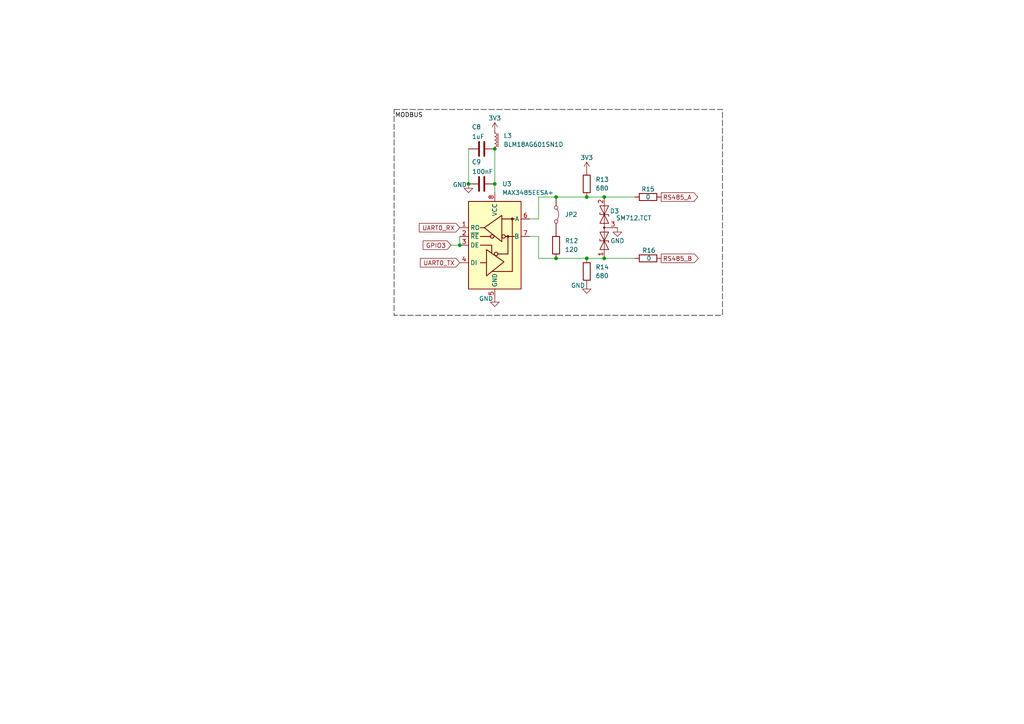
<source format=kicad_sch>
(kicad_sch (version 20250114) (generator "eeschema") (generator_version "9.0")
  (paper "A4")
  (title_block (title "Modbus") (date "2025-10-26") (rev "1.0") (company "PKl"))
  (lib_symbols
    (symbol "Device:C" (pin_numbers (hide yes)) (pin_names (offset 0.254))
      (property "Reference" "C" (at 0.635 2.54 0))
      (property "Value" "C" (at 0.635 -2.54 0))
      (symbol "C_0_1"
        (polyline (pts (xy -2.032 0.762) (xy 2.032 0.762)) (stroke (width 0.508)))
        (polyline (pts (xy -2.032 -0.762) (xy 2.032 -0.762)) (stroke (width 0.508)))
      )
      (symbol "C_1_1"
        (pin passive line (at 0 3.81 270) (length 2.794) (name "~") (number "1"))
        (pin passive line (at 0 -3.81 90) (length 2.794) (name "~") (number "2"))
      )
    )
    (symbol "Device:L_Ferrite_Small" (pin_numbers (hide yes)) (pin_names (offset 0.254) (hide yes))
      (property "Reference" "L" (at 1.27 1.016 0))
      (property "Value" "L_Ferrite_Small" (at 1.27 -1.27 0))
      (symbol "L_Ferrite_Small_0_1"
        (arc (start 0 2.032) (mid 0.5058 1.524) (end 0 1.016))
        (arc (start 0 1.016) (mid 0.5058 0.508) (end 0 0))
        (arc (start 0 0) (mid 0.5058 -0.508) (end 0 -1.016))
        (arc (start 0 -1.016) (mid 0.5058 -1.524) (end 0 -2.032))
        (polyline (pts (xy 0.762 1.651) (xy 0.762 1.905)))
        (polyline (pts (xy 0.762 1.143) (xy 0.762 1.397)))
        (polyline (pts (xy 0.762 0.635) (xy 0.762 0.889)))
        (polyline (pts (xy 0.762 0.127) (xy 0.762 0.381)))
        (polyline (pts (xy 0.762 -0.381) (xy 0.762 -0.127)))
        (polyline (pts (xy 0.762 -0.889) (xy 0.762 -0.635)))
        (polyline (pts (xy 0.762 -1.397) (xy 0.762 -1.143)))
        (polyline (pts (xy 0.762 -1.905) (xy 0.762 -1.651)))
        (polyline (pts (xy 1.016 1.905) (xy 1.016 1.651)))
        (polyline (pts (xy 1.016 1.397) (xy 1.016 1.143)))
        (polyline (pts (xy 1.016 0.889) (xy 1.016 0.635)))
        (polyline (pts (xy 1.016 0.381) (xy 1.016 0.127)))
        (polyline (pts (xy 1.016 -0.127) (xy 1.016 -0.381)))
        (polyline (pts (xy 1.016 -0.635) (xy 1.016 -0.889)))
        (polyline (pts (xy 1.016 -1.143) (xy 1.016 -1.397)))
        (polyline (pts (xy 1.016 -1.651) (xy 1.016 -1.905)))
      )
      (symbol "L_Ferrite_Small_1_1"
        (pin passive line (at 0 2.54 270) (length 0.508) (name "~") (number "1"))
        (pin passive line (at 0 -2.54 90) (length 0.508) (name "~") (number "2"))
      )
    )
    (symbol "Device:R" (pin_numbers (hide yes)) (pin_names (offset 0))
      (property "Reference" "R" (at 2.032 0 90))
      (property "Value" "R" (at 0 0 90))
      (symbol "R_0_1"
        (rectangle (start -1.016 -2.54) (end 1.016 2.54) (stroke (width 0.254)))
      )
      (symbol "R_1_1"
        (pin passive line (at 0 3.81 270) (length 1.27) (name "~") (number "1"))
        (pin passive line (at 0 -3.81 90) (length 1.27) (name "~") (number "2"))
      )
    )
    (symbol "Diode:SM712_SOT23" (pin_names (offset 1.016) (hide yes))
      (property "Reference" "D" (at 0 4.445 0))
      (property "Value" "SM712_SOT23" (at 0 2.54 0))
      (symbol "SM712_SOT23_0_0"
        (polyline (pts (xy 0 -1.27) (xy 0 0)))
      )
      (symbol "SM712_SOT23_0_1"
        (polyline (pts (xy -6.35 0) (xy 6.35 0)))
        (polyline (pts (xy -6.35 -1.27) (xy -1.27 1.27) (xy -1.27 -1.27) (xy -6.35 1.27) (xy -6.35 -1.27)) (stroke (width 0.2032)))
        (polyline (pts (xy -3.302 1.27) (xy -3.81 1.27) (xy -3.81 -1.27) (xy -4.318 -1.27)) (stroke (width 0.2032)))
        (circle (center 0 0) (radius 0.254) (fill (type outline)))
        (polyline (pts (xy 1.27 -1.27) (xy 1.27 1.27) (xy 6.35 -1.27) (xy 6.35 1.27) (xy 1.27 -1.27)) (stroke (width 0.2032)))
        (polyline (pts (xy 4.318 1.27) (xy 3.81 1.27) (xy 3.81 -1.27) (xy 3.302 -1.27)) (stroke (width 0.2032)))
      )
      (symbol "SM712_SOT23_1_1"
        (pin passive line (at -8.89 0 0) (length 2.54) (name "A1") (number "1"))
        (pin input line (at 0 -3.81 90) (length 2.54) (name "common") (number "3"))
        (pin passive line (at 8.89 0 180) (length 2.54) (name "A2") (number "2"))
      )
    )
    (symbol "Interface_UART:MAX3485"
      (property "Reference" "U" (at -6.985 13.97 0))
      (property "Value" "MAX3485" (at 1.905 13.97 0))
      (symbol "MAX3485_0_1"
        (rectangle (start -7.62 12.7) (end 7.62 -12.7) (stroke (width 0.254)) (fill (type background)))
        (polyline (pts (xy -4.191 2.54) (xy -1.27 2.54)) (stroke (width 0.254)))
        (polyline (pts (xy -4.191 0) (xy -0.889 0) (xy -0.889 -2.286)) (stroke (width 0.254)))
        (polyline (pts (xy -3.175 5.08) (xy -4.191 5.08) (xy -4.064 5.08)) (stroke (width 0.254)))
        (polyline (pts (xy -2.54 -5.08) (xy -4.191 -5.08)) (stroke (width 0.254)))
        (polyline (pts (xy -2.413 -5.08) (xy -2.413 -1.27) (xy 2.667 -4.826) (xy -2.413 -8.89) (xy -2.413 -5.08)) (stroke (width 0.254)))
        (polyline (pts (xy -0.635 -7.62) (xy 5.08 -7.62)) (stroke (width 0.254)))
        (circle (center 0.381 -2.54) (radius 0.508) (stroke (width 0.254)))
        (polyline (pts (xy 0.889 -2.54) (xy 3.81 -2.54)) (stroke (width 0.254)))
        (polyline (pts (xy 2.032 7.62) (xy 5.715 7.62)) (stroke (width 0.254)))
        (polyline (pts (xy 3.048 2.54) (xy 5.715 2.54)) (stroke (width 0.254)))
        (circle (center 3.81 2.54) (radius 0.2794) (stroke (width 0.254)) (fill (type outline)))
        (polyline (pts (xy 3.81 -2.54) (xy 3.81 2.54)) (stroke (width 0.254)))
        (polyline (pts (xy 5.08 -7.62) (xy 5.08 7.62)) (stroke (width 0.254)))
      )
      (symbol "MAX3485_1_1"
        (circle (center -0.762 2.54) (radius 0.508) (stroke (width 0.254)))
        (polyline (pts (xy 2.032 4.826) (xy 2.032 8.636) (xy -3.048 5.08) (xy 2.032 1.016) (xy 2.032 4.826)) (stroke (width 0.254)))
        (circle (center 2.54 2.54) (radius 0.508) (stroke (width 0.254)))
        (circle (center 5.08 7.62) (radius 0.2794) (stroke (width 0.254)) (fill (type outline)))
        (pin output line (at -10.16 5.08 0) (length 2.54) (name "RO") (number "1"))
        (pin input line (at -10.16 2.54 0) (length 2.54) (name "~{RE}") (number "2"))
        (pin input line (at -10.16 0 0) (length 2.54) (name "DE") (number "3"))
        (pin input line (at -10.16 -5.08 0) (length 2.54) (name "DI") (number "4"))
        (pin power_in line (at 0 15.24 270) (length 2.54) (name "VCC") (number "8"))
        (pin power_in line (at 0 -15.24 90) (length 2.54) (name "GND") (number "5"))
        (pin bidirectional line (at 10.16 7.62 180) (length 2.54) (name "A") (number "6"))
        (pin bidirectional line (at 10.16 2.54 180) (length 2.54) (name "B") (number "7"))
      )
    )
    (symbol "Jumper:Jumper_2_Bridged" (pin_numbers (hide yes)) (pin_names (offset 0) (hide yes))
      (property "Reference" "JP" (at 0 1.905 0))
      (property "Value" "Jumper_2_Bridged" (at 0 -2.54 0))
      (symbol "Jumper_2_Bridged_0_0"
        (circle (center -2.032 0) (radius 0.508))
        (circle (center 2.032 0) (radius 0.508))
      )
      (symbol "Jumper_2_Bridged_0_1"
        (arc (start -1.524 0.254) (mid 0 0.762) (end 1.524 0.254))
      )
      (symbol "Jumper_2_Bridged_1_1"
        (pin passive line (at -5.08 0 0) (length 2.54) (name "A") (number "1"))
        (pin passive line (at 5.08 0 180) (length 2.54) (name "B") (number "2"))
      )
    )
    (symbol "power:+3.3V" (power) (pin_numbers (hide yes)) (pin_names (offset 0) (hide yes))
      (property "Value" "+3.3V" (at 0 3.556 0))
      (symbol "+3.3V_0_1"
        (polyline (pts (xy -0.762 1.27) (xy 0 2.54)))
        (polyline (pts (xy 0 2.54) (xy 0.762 1.27)))
        (polyline (pts (xy 0 0) (xy 0 2.54)))
      )
      (symbol "+3.3V_1_1"
        (pin power_in line (at 0 0 90) (length 0) (name "~") (number "1"))
      )
    )
    (symbol "power:GND" (power) (pin_numbers (hide yes)) (pin_names (offset 0) (hide yes))
      (property "Value" "GND" (at 0 -3.81 0))
      (symbol "GND_0_1"
        (polyline (pts (xy 0 0) (xy 0 -1.27) (xy 1.27 -1.27) (xy 0 -2.54) (xy -1.27 -1.27) (xy 0 -1.27)))
      )
      (symbol "GND_1_1"
        (pin power_in line (at 0 0 270) (length 0) (name "~") (number "1"))
      )
    )
  )
  (rectangle (start 114.3 31.75) (end 209.55 91.44) (stroke (width 0) (type dash) (color 0 0 0 1)))
  (text "MODBUS" (at 118.618 33.528 0) (effects (font (size 1.27 1.27))))
  (junction (at 161.29 74.93))
  (junction (at 135.89 53.34))
  (junction (at 175.26 57.15))
  (junction (at 143.51 53.34))
  (junction (at 143.51 43.18))
  (junction (at 133.35 71.12))
  (junction (at 161.29 57.15))
  (junction (at 170.18 74.93))
  (junction (at 175.26 74.93))
  (junction (at 170.18 57.15))
  (wire (pts (xy 143.51 43.18) (xy 143.51 53.34)))
  (wire (pts (xy 143.51 53.34) (xy 143.51 55.88)))
  (wire (pts (xy 170.18 57.15) (xy 175.26 57.15)))
  (wire (pts (xy 153.67 63.5) (xy 156.21 63.5)))
  (wire (pts (xy 175.26 74.93) (xy 184.15 74.93)))
  (wire (pts (xy 130.81 71.12) (xy 133.35 71.12)))
  (wire (pts (xy 153.67 68.58) (xy 156.21 68.58)))
  (wire (pts (xy 156.21 74.93) (xy 161.29 74.93)))
  (wire (pts (xy 161.29 57.15) (xy 170.18 57.15)))
  (wire (pts (xy 156.21 63.5) (xy 156.21 57.15)))
  (wire (pts (xy 156.21 68.58) (xy 156.21 74.93)))
  (wire (pts (xy 161.29 74.93) (xy 170.18 74.93)))
  (wire (pts (xy 175.26 57.15) (xy 184.15 57.15)))
  (wire (pts (xy 156.21 57.15) (xy 161.29 57.15)))
  (wire (pts (xy 133.35 68.58) (xy 133.35 71.12)))
  (wire (pts (xy 170.18 74.93) (xy 175.26 74.93)))
  (wire (pts (xy 135.89 43.18) (xy 135.89 53.34)))
  (global_label "RS485_B" (shape output) (at 191.77 74.93 0) (property "Intersheetrefs" "${INTERSHEET_REFS}" (effects (hide yes))))
  (global_label "UART0_TX" (shape input) (at 133.35 76.2 180) (property "Intersheetrefs" "${INTERSHEET_REFS}" (effects (hide yes))))
  (global_label "UART0_RX" (shape input) (at 133.35 66.04 180) (property "Intersheetrefs" "${INTERSHEET_REFS}" (effects (hide yes))))
  (global_label "RS485_A" (shape output) (at 191.77 57.15 0) (property "Intersheetrefs" "${INTERSHEET_REFS}" (effects (hide yes))))
  (global_label "GPIO3" (shape input) (at 130.81 71.12 180) (property "Intersheetrefs" "${INTERSHEET_REFS}" (effects (hide yes))))
  (symbol (lib_id "power:+3.3V") (at 143.51 38.1 0) (unit 1)
    (property "Reference" "#PWR041" (effects (hide yes)))
    (property "Value" "3V3" (at 143.51 34.29 0))
    (property "Description" "Power symbol creates a global label with name \"+3.3V\"" (effects (hide yes)))
  )
  (symbol (lib_id "Device:L_Ferrite_Small") (at 143.51 40.64 0) (unit 1)
    (property "Reference" "L3" (at 146.05 39.3699 0) (effects (justify left)))
    (property "Value" "BLM18AG601SN1D" (at 146.05 41.9099 0) (effects (justify left)))
    (property "Footprint" "Inductor_SMD:L_0603_1608Metric" (effects (hide yes)))
    (property "Description" "Inductor with ferrite core, small symbol" (effects (hide yes)))
  )
  (symbol (lib_id "power:GND") (at 170.18 82.55 0) (unit 1)
    (property "Reference" "#PWR047" (effects (hide yes)))
    (property "Value" "GND" (at 167.64 82.804 0))
    (property "Description" "Power symbol creates a global label with name \"GND\" , ground" (effects (hide yes)))
  )
  (symbol (lib_id "Jumper:Jumper_2_Bridged") (at 161.29 62.23 270) (unit 1)
    (property "Reference" "JP2" (at 163.83 62.2299 90) (effects (justify left)))
    (property "Value" "Jumper_2_Bridged" (effects (hide yes)))
    (property "Footprint" "Connector_PinHeader_2.54mm:PinHeader_1x02_P2.54mm_Vertical" (effects (hide yes)))
    (property "Description" "Jumper, 2-pole, closed/bridged" (effects (hide yes)))
  )
  (symbol (lib_id "power:GND") (at 179.07 66.04 0) (unit 1)
    (property "Reference" "#PWR045" (effects (hide yes)))
    (property "Value" "GND" (at 179.07 69.85 0))
    (property "Description" "Power symbol creates a global label with name \"GND\" , ground" (effects (hide yes)))
  )
  (symbol (lib_id "Diode:SM712_SOT23") (at 175.26 66.04 90) (unit 1)
    (property "Reference" "D3" (at 179.578 61.214 90) (effects (justify left)))
    (property "Value" "SM712.TCT" (at 188.976 63.246 90) (effects (justify left)))
    (property "Footprint" "Package_TO_SOT_SMD:SOT-23" (effects (hide yes)))
    (property "Datasheet" "https://www.littelfuse.com/~/media/electronics/datasheets/tvs_diode_arrays/littelfuse_tvs_diode_array_sm712_datasheet.pdf.pdf" (effects (hide yes)))
    (property "Description" "7V/12V, 600W Asymmetrical TVS Diode Array, SOT-23" (effects (hide yes)))
  )
  (symbol (lib_id "Device:C") (at 139.7 43.18 270) (unit 1)
    (property "Reference" "C8" (at 138.176 36.83 90))
    (property "Value" "1uF" (at 138.684 39.624 90))
    (property "Footprint" "Capacitor_SMD:C_0603_1608Metric" (effects (hide yes)))
    (property "Description" "Unpolarized capacitor" (effects (hide yes)))
  )
  (symbol (lib_id "power:GND") (at 135.89 53.34 0) (unit 1)
    (property "Reference" "#PWR042" (effects (hide yes)))
    (property "Value" "GND" (at 133.35 53.594 0))
    (property "Description" "Power symbol creates a global label with name \"GND\" , ground" (effects (hide yes)))
  )
  (symbol (lib_id "power:GND") (at 143.51 86.36 0) (unit 1)
    (property "Reference" "#PWR043" (effects (hide yes)))
    (property "Value" "GND" (at 140.97 86.614 0))
    (property "Description" "Power symbol creates a global label with name \"GND\" , ground" (effects (hide yes)))
  )
  (symbol (lib_id "Device:C") (at 139.7 53.34 270) (unit 1)
    (property "Reference" "C9" (at 138.176 46.99 90))
    (property "Value" "100nF" (at 139.954 49.784 90))
    (property "Footprint" "Capacitor_SMD:C_0805_2012Metric" (effects (hide yes)))
    (property "Description" "Unpolarized capacitor" (effects (hide yes)))
  )
  (symbol (lib_id "power:+3.3V") (at 170.18 49.53 0) (unit 1)
    (property "Reference" "#PWR049" (effects (hide yes)))
    (property "Value" "3V3" (at 170.18 45.72 0))
    (property "Description" "Power symbol creates a global label with name \"+3.3V\"" (effects (hide yes)))
  )
  (symbol (lib_id "Device:R") (at 187.96 57.15 270) (unit 1)
    (property "Reference" "R15" (at 187.96 54.864 90))
    (property "Value" "0" (at 187.96 57.15 90))
    (property "Footprint" "Resistor_SMD:R_0805_2012Metric" (effects (hide yes)))
    (property "Description" "Resistor" (effects (hide yes)))
  )
  (symbol (lib_id "Interface_UART:MAX3485") (at 143.51 71.12 0) (unit 1)
    (property "Reference" "U3" (at 145.6533 53.34 0) (effects (justify left)))
    (property "Value" "MAX3485EESA+" (at 145.6533 55.88 0) (effects (justify left)))
    (property "Footprint" "Package_SO:SOIC-8_3.9x4.9mm_P1.27mm" (effects (hide yes)))
    (property "Datasheet" "https://datasheets.maximintegrated.com/en/ds/MAX3483-MAX3491.pdf" (effects (hide yes)))
    (property "Description" "True RS-485/RS-422, 10Mbps, Slew-Rate Limited, with low-power shutdown, with receiver/driver enable, 32 receiver drive capacitity, DIP-8 and SOIC-8" (effects (hide yes)))
    (property "Sim.Library" ".\\" (effects (hide yes)))
  )
  (symbol (lib_id "Device:R") (at 161.29 71.12 0) (unit 1)
    (property "Reference" "R12" (at 163.83 69.8499 0) (effects (justify left)))
    (property "Value" "120" (at 163.83 72.3899 0) (effects (justify left)))
    (property "Footprint" "Resistor_SMD:R_0805_2012Metric" (effects (hide yes)))
    (property "Description" "Resistor" (effects (hide yes)))
  )
  (symbol (lib_id "Device:R") (at 170.18 78.74 0) (unit 1)
    (property "Reference" "R14" (at 172.72 77.4699 0) (effects (justify left)))
    (property "Value" "680" (at 172.72 80.0099 0) (effects (justify left)))
    (property "Footprint" "Resistor_SMD:R_0805_2012Metric" (effects (hide yes)))
    (property "Description" "Resistor" (effects (hide yes)))
  )
  (symbol (lib_id "Device:R") (at 187.96 74.93 90) (unit 1)
    (property "Reference" "R16" (at 188.214 72.644 90))
    (property "Value" "0" (at 188.214 74.93 90))
    (property "Footprint" "Resistor_SMD:R_0805_2012Metric" (effects (hide yes)))
    (property "Description" "Resistor" (effects (hide yes)))
  )
  (symbol (lib_id "Device:R") (at 170.18 53.34 0) (unit 1)
    (property "Reference" "R13" (at 172.72 52.0699 0) (effects (justify left)))
    (property "Value" "680" (at 172.72 54.6099 0) (effects (justify left)))
    (property "Footprint" "Resistor_SMD:R_0805_2012Metric" (effects (hide yes)))
    (property "Description" "Resistor" (effects (hide yes)))
  )
)
</source>
